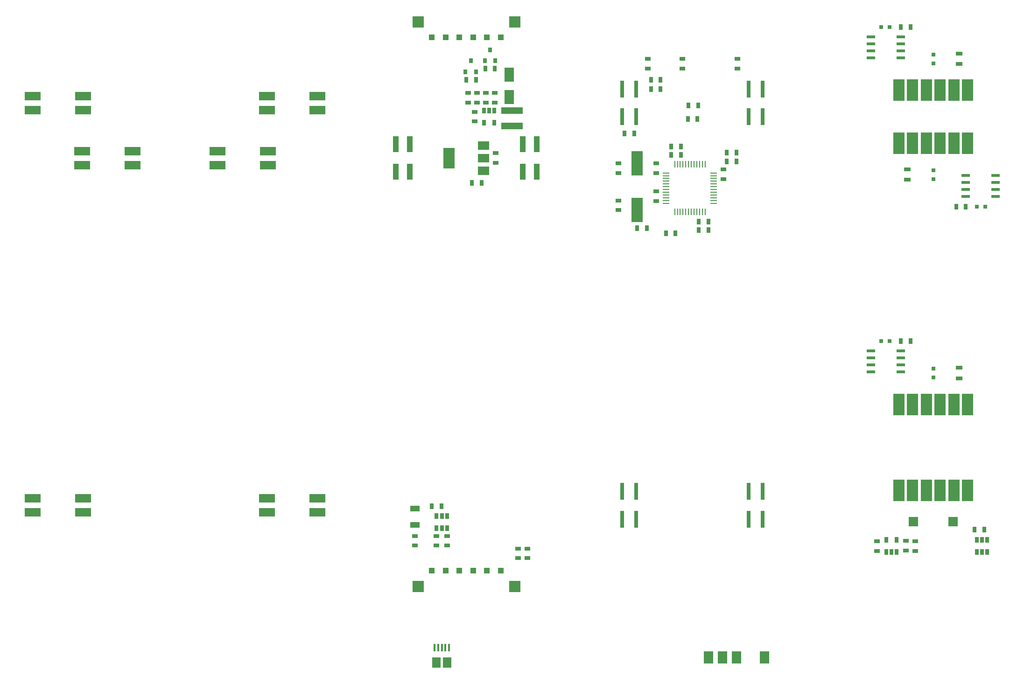
<source format=gtp>
G04 #@! TF.GenerationSoftware,KiCad,Pcbnew,(6.0.0-rc1-dev-509-gcac7479)*
G04 #@! TF.CreationDate,2018-10-23T14:14:01+08:00*
G04 #@! TF.ProjectId,DI-Lambda-UNO-Panelized-v1.7,44492D4C616D6264612D554E4F2D5061,rev?*
G04 #@! TF.SameCoordinates,Original*
G04 #@! TF.FileFunction,Paste,Top*
G04 #@! TF.FilePolarity,Positive*
%FSLAX46Y46*%
G04 Gerber Fmt 4.6, Leading zero omitted, Abs format (unit mm)*
G04 Created by KiCad (PCBNEW (6.0.0-rc1-dev-509-gcac7479)) date Tue Oct 23 14:14:01 2018*
%MOMM*%
%LPD*%
G01*
G04 APERTURE LIST*
%ADD10R,3.000000X1.500000*%
%ADD11R,2.000000X4.000000*%
%ADD12R,0.670000X1.000000*%
%ADD13R,1.750000X1.800000*%
%ADD14R,1.000000X0.670000*%
%ADD15R,0.650000X1.060000*%
%ADD16R,1.500000X1.900000*%
%ADD17R,0.400000X1.350000*%
%ADD18R,1.800000X2.500000*%
%ADD19R,1.800000X1.070000*%
%ADD20R,3.900000X1.200000*%
%ADD21R,2.000000X1.500000*%
%ADD22R,2.000000X3.800000*%
%ADD23R,0.800000X0.900000*%
%ADD24R,1.000000X3.000000*%
%ADD25R,2.000000X2.000000*%
%ADD26R,1.000000X1.000000*%
%ADD27R,0.800000X3.150000*%
%ADD28R,2.000000X4.500000*%
%ADD29R,0.250000X1.300000*%
%ADD30R,1.300000X0.250000*%
%ADD31R,1.700000X2.200000*%
%ADD32R,0.800000X0.800000*%
%ADD33R,1.300000X0.700000*%
%ADD34R,0.800000X0.750000*%
%ADD35R,1.550000X0.600000*%
G04 APERTURE END LIST*
D10*
G04 #@! TO.C,P402*
X37428000Y-137270000D03*
X37428000Y-134730000D03*
X46572000Y-137270000D03*
X46572000Y-134730000D03*
G04 #@! TD*
G04 #@! TO.C,P401*
X37428000Y-64270000D03*
X37428000Y-61730000D03*
X46572000Y-64270000D03*
X46572000Y-61730000D03*
G04 #@! TD*
G04 #@! TO.C,P403*
X55572000Y-71730000D03*
X55572000Y-74270000D03*
X46428000Y-71730000D03*
X46428000Y-74270000D03*
G04 #@! TD*
G04 #@! TO.C,P302*
X89072000Y-134730000D03*
X89072000Y-137270000D03*
X79928000Y-134730000D03*
X79928000Y-137270000D03*
G04 #@! TD*
G04 #@! TO.C,P301*
X89072000Y-61730000D03*
X89072000Y-64270000D03*
X79928000Y-61730000D03*
X79928000Y-64270000D03*
G04 #@! TD*
G04 #@! TO.C,P303*
X70928000Y-74270000D03*
X70928000Y-71730000D03*
X80072000Y-74270000D03*
X80072000Y-71730000D03*
G04 #@! TD*
D11*
G04 #@! TO.C,J601*
X207050000Y-117700000D03*
X204550000Y-117700000D03*
X202050000Y-117700000D03*
X199550000Y-117700000D03*
X197050000Y-117700000D03*
X194550000Y-117700000D03*
G04 #@! TD*
D12*
G04 #@! TO.C,R601*
X196650000Y-106200000D03*
X194900000Y-106200000D03*
G04 #@! TD*
D11*
G04 #@! TO.C,J601*
X194550000Y-70300000D03*
X197050000Y-70300000D03*
X199550000Y-70300000D03*
X202050000Y-70300000D03*
X204550000Y-70300000D03*
X207050000Y-70300000D03*
G04 #@! TD*
D12*
G04 #@! TO.C,R601*
X204950000Y-81800000D03*
X206700000Y-81800000D03*
G04 #@! TD*
D13*
G04 #@! TO.C,D501*
X197200000Y-139000000D03*
X204400000Y-139000000D03*
G04 #@! TD*
D11*
G04 #@! TO.C,J501*
X194550000Y-133300000D03*
X197050000Y-133300000D03*
X199550000Y-133300000D03*
X202050000Y-133300000D03*
X204550000Y-133300000D03*
X207050000Y-133300000D03*
G04 #@! TD*
D14*
G04 #@! TO.C,R501*
X197500000Y-142525000D03*
X197500000Y-144275000D03*
G04 #@! TD*
D15*
G04 #@! TO.C,U502*
X209650000Y-142300000D03*
X208700000Y-142300000D03*
X210600000Y-142300000D03*
X210600000Y-144500000D03*
X209650000Y-144500000D03*
X208700000Y-144500000D03*
G04 #@! TD*
G04 #@! TO.C,U501*
X192250000Y-142300000D03*
X194150000Y-142300000D03*
X194150000Y-144500000D03*
X193200000Y-144500000D03*
X192250000Y-144500000D03*
G04 #@! TD*
D14*
G04 #@! TO.C,C501*
X195800000Y-142475000D03*
X195800000Y-144225000D03*
G04 #@! TD*
D12*
G04 #@! TO.C,C502*
X208275000Y-140400000D03*
X210025000Y-140400000D03*
G04 #@! TD*
D14*
G04 #@! TO.C,C503*
X190600000Y-144275000D03*
X190600000Y-142525000D03*
G04 #@! TD*
D15*
G04 #@! TO.C,U101*
X111650000Y-140150000D03*
X112600000Y-140150000D03*
X110700000Y-140150000D03*
X110700000Y-137950000D03*
X111650000Y-137950000D03*
X112600000Y-137950000D03*
G04 #@! TD*
D16*
G04 #@! TO.C,J101*
X110650000Y-164537500D03*
D17*
X111650000Y-161837500D03*
X112300000Y-161837500D03*
X112950000Y-161837500D03*
X110350000Y-161837500D03*
X111000000Y-161837500D03*
D16*
X112650000Y-164537500D03*
G04 #@! TD*
D18*
G04 #@! TO.C,D101*
X123900000Y-61900000D03*
X123900000Y-57900000D03*
G04 #@! TD*
D19*
G04 #@! TO.C,F101*
X106750000Y-139605000D03*
X106750000Y-136595000D03*
G04 #@! TD*
D20*
G04 #@! TO.C,L104*
X124400000Y-67150000D03*
X124400000Y-64350000D03*
G04 #@! TD*
D14*
G04 #@! TO.C,C104*
X121250000Y-62925000D03*
X121250000Y-61175000D03*
G04 #@! TD*
D21*
G04 #@! TO.C,U102*
X119250000Y-75300000D03*
X119250000Y-70700000D03*
X119250000Y-73000000D03*
D22*
X112950000Y-73000000D03*
G04 #@! TD*
D23*
G04 #@! TO.C,Q101*
X120400000Y-53350000D03*
X121350000Y-55350000D03*
X119450000Y-55350000D03*
G04 #@! TD*
D12*
G04 #@! TO.C,R103*
X119525000Y-56800000D03*
X121275000Y-56800000D03*
G04 #@! TD*
D24*
G04 #@! TO.C,J105*
X103330000Y-70480000D03*
X103330000Y-75520000D03*
X105870000Y-70480000D03*
X105870000Y-75520000D03*
G04 #@! TD*
D15*
G04 #@! TO.C,U103*
X121195000Y-66600000D03*
X119295000Y-66600000D03*
X119295000Y-64400000D03*
X120245000Y-64400000D03*
X121195000Y-64400000D03*
G04 #@! TD*
D24*
G04 #@! TO.C,J106*
X128870000Y-75520000D03*
X128870000Y-70480000D03*
X126330000Y-75520000D03*
X126330000Y-70480000D03*
G04 #@! TD*
D14*
G04 #@! TO.C,C102*
X121450000Y-72125000D03*
X121450000Y-73875000D03*
G04 #@! TD*
D12*
G04 #@! TO.C,C103*
X117125000Y-77500000D03*
X118875000Y-77500000D03*
G04 #@! TD*
D14*
G04 #@! TO.C,C105*
X117600000Y-66375000D03*
X117600000Y-64625000D03*
G04 #@! TD*
D12*
G04 #@! TO.C,C101*
X111575000Y-136200000D03*
X109825000Y-136200000D03*
G04 #@! TD*
D14*
G04 #@! TO.C,C106*
X119650000Y-62925000D03*
X119650000Y-61175000D03*
G04 #@! TD*
G04 #@! TO.C,L101*
X106750000Y-143325000D03*
X106750000Y-141575000D03*
G04 #@! TD*
G04 #@! TO.C,L103*
X125450000Y-143875000D03*
X125450000Y-145625000D03*
G04 #@! TD*
G04 #@! TO.C,L102*
X127150000Y-143875000D03*
X127150000Y-145625000D03*
G04 #@! TD*
D23*
G04 #@! TO.C,Q102*
X116900000Y-55350000D03*
X117850000Y-57350000D03*
X115950000Y-57350000D03*
G04 #@! TD*
D14*
G04 #@! TO.C,R106*
X116450000Y-61175000D03*
X116450000Y-62925000D03*
G04 #@! TD*
G04 #@! TO.C,R105*
X118050000Y-62925000D03*
X118050000Y-61175000D03*
G04 #@! TD*
G04 #@! TO.C,R101*
X112600000Y-143325000D03*
X112600000Y-141575000D03*
G04 #@! TD*
G04 #@! TO.C,R102*
X110700000Y-143325000D03*
X110700000Y-141575000D03*
G04 #@! TD*
D12*
G04 #@! TO.C,R104*
X117825000Y-58800000D03*
X116075000Y-58800000D03*
G04 #@! TD*
D25*
G04 #@! TO.C,J112*
X107350000Y-48267000D03*
X124850000Y-48267000D03*
D26*
X109850000Y-51100000D03*
X112350000Y-51100000D03*
X114850000Y-51100000D03*
X117350000Y-51100000D03*
X119850000Y-51100000D03*
X122350000Y-51100000D03*
G04 #@! TD*
D25*
G04 #@! TO.C,J102*
X124850000Y-150733000D03*
X107350000Y-150733000D03*
D26*
X122350000Y-147900000D03*
X119850000Y-147900000D03*
X117350000Y-147900000D03*
X114850000Y-147900000D03*
X112350000Y-147900000D03*
X109850000Y-147900000D03*
G04 #@! TD*
D27*
G04 #@! TO.C,J207*
X167330000Y-138525000D03*
X167330000Y-133475000D03*
X169870000Y-138525000D03*
X169870000Y-133475000D03*
G04 #@! TD*
G04 #@! TO.C,J208*
X144330000Y-138525000D03*
X144330000Y-133475000D03*
X146870000Y-138525000D03*
X146870000Y-133475000D03*
G04 #@! TD*
G04 #@! TO.C,J204*
X167330000Y-65525000D03*
X167330000Y-60475000D03*
X169870000Y-65525000D03*
X169870000Y-60475000D03*
G04 #@! TD*
G04 #@! TO.C,J203*
X146870000Y-60475000D03*
X146870000Y-65525000D03*
X144330000Y-60475000D03*
X144330000Y-65525000D03*
G04 #@! TD*
D28*
G04 #@! TO.C,Y201*
X147100000Y-82450000D03*
X147100000Y-73950000D03*
G04 #@! TD*
D12*
G04 #@! TO.C,C208*
X158025000Y-65900000D03*
X156275000Y-65900000D03*
G04 #@! TD*
G04 #@! TO.C,C201*
X156425000Y-63450000D03*
X158175000Y-63450000D03*
G04 #@! TD*
D29*
G04 #@! TO.C,U202*
X153900000Y-74100000D03*
X154400000Y-74100000D03*
X154900000Y-74100000D03*
X155400000Y-74100000D03*
X155900000Y-74100000D03*
X156400000Y-74100000D03*
X156900000Y-74100000D03*
X157400000Y-74100000D03*
X157900000Y-74100000D03*
X158400000Y-74100000D03*
X158900000Y-74100000D03*
X159400000Y-74100000D03*
D30*
X161000000Y-75700000D03*
X161000000Y-76200000D03*
X161000000Y-76700000D03*
X161000000Y-77200000D03*
X161000000Y-77700000D03*
X161000000Y-78200000D03*
X161000000Y-78700000D03*
X161000000Y-79200000D03*
X161000000Y-79700000D03*
X161000000Y-80200000D03*
X161000000Y-80700000D03*
X161000000Y-81200000D03*
D29*
X159400000Y-82800000D03*
X158900000Y-82800000D03*
X158400000Y-82800000D03*
X157900000Y-82800000D03*
X157400000Y-82800000D03*
X156900000Y-82800000D03*
X156400000Y-82800000D03*
X155900000Y-82800000D03*
X155400000Y-82800000D03*
X154900000Y-82800000D03*
X154400000Y-82800000D03*
X153900000Y-82800000D03*
D30*
X152300000Y-81200000D03*
X152300000Y-80700000D03*
X152300000Y-80200000D03*
X152300000Y-79700000D03*
X152300000Y-79200000D03*
X152300000Y-78700000D03*
X152300000Y-78200000D03*
X152300000Y-77700000D03*
X152300000Y-77200000D03*
X152300000Y-76700000D03*
X152300000Y-76200000D03*
X152300000Y-75700000D03*
G04 #@! TD*
D31*
G04 #@! TO.C,J211*
X170170000Y-163630000D03*
X165090000Y-163630000D03*
X162550000Y-163630000D03*
X160010000Y-163630000D03*
G04 #@! TD*
D12*
G04 #@! TO.C,C205*
X160025000Y-86050000D03*
X158275000Y-86050000D03*
G04 #@! TD*
G04 #@! TO.C,C206*
X146575000Y-68500000D03*
X144825000Y-68500000D03*
G04 #@! TD*
G04 #@! TO.C,C209*
X158275000Y-84510000D03*
X160025000Y-84510000D03*
G04 #@! TD*
G04 #@! TO.C,C207*
X153275000Y-70900000D03*
X155025000Y-70900000D03*
G04 #@! TD*
G04 #@! TO.C,R202*
X147100000Y-85710000D03*
X148850000Y-85710000D03*
G04 #@! TD*
G04 #@! TO.C,R205*
X165075000Y-73600000D03*
X163325000Y-73600000D03*
G04 #@! TD*
D14*
G04 #@! TO.C,R206*
X155250000Y-56775000D03*
X155250000Y-55025000D03*
G04 #@! TD*
G04 #@! TO.C,R207*
X165250000Y-56775000D03*
X165250000Y-55025000D03*
G04 #@! TD*
G04 #@! TO.C,R208*
X149000000Y-56775000D03*
X149000000Y-55025000D03*
G04 #@! TD*
D12*
G04 #@! TO.C,R201*
X163325000Y-72000000D03*
X165075000Y-72000000D03*
G04 #@! TD*
D14*
G04 #@! TO.C,C212*
X162730000Y-76825000D03*
X162730000Y-75075000D03*
G04 #@! TD*
G04 #@! TO.C,C203*
X143660000Y-75695000D03*
X143660000Y-73945000D03*
G04 #@! TD*
G04 #@! TO.C,C204*
X143670000Y-80695000D03*
X143670000Y-82445000D03*
G04 #@! TD*
D12*
G04 #@! TO.C,C202*
X154045000Y-86660000D03*
X152295000Y-86660000D03*
G04 #@! TD*
G04 #@! TO.C,C211*
X155025000Y-72400000D03*
X153275000Y-72400000D03*
G04 #@! TD*
D14*
G04 #@! TO.C,C213*
X150560000Y-73950000D03*
X150560000Y-75700000D03*
G04 #@! TD*
G04 #@! TO.C,C210*
X150570000Y-79070000D03*
X150570000Y-80820000D03*
G04 #@! TD*
D12*
G04 #@! TO.C,R204*
X151325000Y-58800000D03*
X149575000Y-58800000D03*
G04 #@! TD*
G04 #@! TO.C,R203*
X149575000Y-60500000D03*
X151325000Y-60500000D03*
G04 #@! TD*
G04 #@! TO.C,R601*
X196650000Y-49200000D03*
X194900000Y-49200000D03*
G04 #@! TD*
D11*
G04 #@! TO.C,J601*
X207050000Y-60700000D03*
X204550000Y-60700000D03*
X202050000Y-60700000D03*
X199550000Y-60700000D03*
X197050000Y-60700000D03*
X194550000Y-60700000D03*
G04 #@! TD*
D32*
G04 #@! TO.C,D602*
X200800000Y-112800000D03*
X200800000Y-111200000D03*
G04 #@! TD*
D33*
G04 #@! TO.C,R602*
X205500000Y-112950000D03*
X205500000Y-111050000D03*
G04 #@! TD*
D34*
G04 #@! TO.C,C601*
X192850000Y-106200000D03*
X191350000Y-106200000D03*
G04 #@! TD*
D35*
G04 #@! TO.C,U601*
X189500000Y-107995000D03*
X189500000Y-109265000D03*
X189500000Y-110535000D03*
X189500000Y-111805000D03*
X194900000Y-111805000D03*
X194900000Y-110535000D03*
X194900000Y-109265000D03*
X194900000Y-107995000D03*
G04 #@! TD*
G04 #@! TO.C,U601*
X212100000Y-80005000D03*
X212100000Y-78735000D03*
X212100000Y-77465000D03*
X212100000Y-76195000D03*
X206700000Y-76195000D03*
X206700000Y-77465000D03*
X206700000Y-78735000D03*
X206700000Y-80005000D03*
G04 #@! TD*
D33*
G04 #@! TO.C,R602*
X196100000Y-75050000D03*
X196100000Y-76950000D03*
G04 #@! TD*
D34*
G04 #@! TO.C,C601*
X208750000Y-81800000D03*
X210250000Y-81800000D03*
G04 #@! TD*
D32*
G04 #@! TO.C,D602*
X200800000Y-75200000D03*
X200800000Y-76800000D03*
G04 #@! TD*
D34*
G04 #@! TO.C,C601*
X191350000Y-49200000D03*
X192850000Y-49200000D03*
G04 #@! TD*
D35*
G04 #@! TO.C,U601*
X194900000Y-50995000D03*
X194900000Y-52265000D03*
X194900000Y-53535000D03*
X194900000Y-54805000D03*
X189500000Y-54805000D03*
X189500000Y-53535000D03*
X189500000Y-52265000D03*
X189500000Y-50995000D03*
G04 #@! TD*
D32*
G04 #@! TO.C,D602*
X200800000Y-54200000D03*
X200800000Y-55800000D03*
G04 #@! TD*
D33*
G04 #@! TO.C,R602*
X205500000Y-54050000D03*
X205500000Y-55950000D03*
G04 #@! TD*
M02*

</source>
